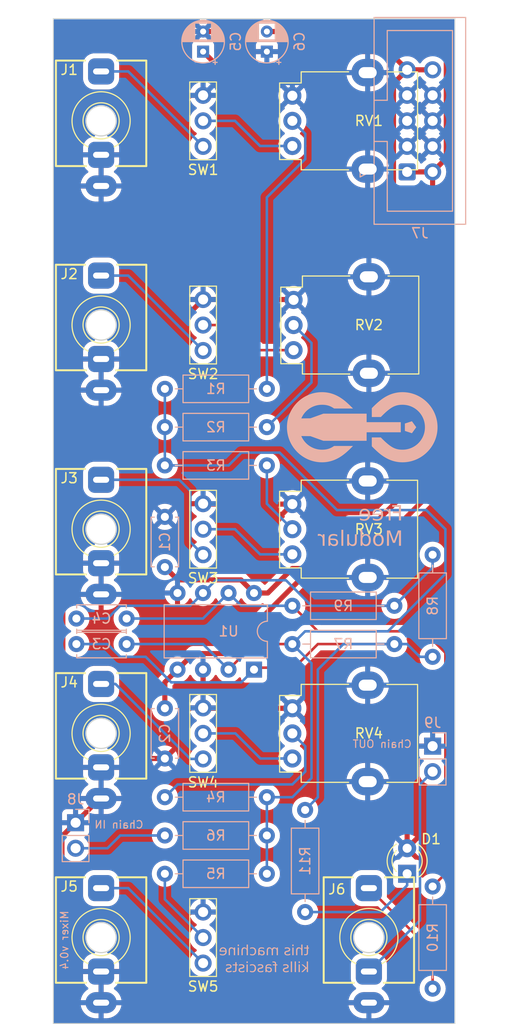
<source format=kicad_pcb>
(kicad_pcb (version 20221018) (generator pcbnew)
  (title_block (title "Mixer") (date "2023-12-01") (rev "v2.0") (company "Free Modular"))
  (layers (0 "F.Cu" signal) (31 "B.Cu" signal) (34 "B.Paste" user) (35 "F.Paste" user) (36 "B.SilkS" user "B.Silkscreen") (37 "F.SilkS" user "F.Silkscreen") (38 "B.Mask" user) (39 "F.Mask" user) (44 "Edge.Cuts" user))
  (net 0 "")
  (net 1 "+12V")
  (net 2 "GND")
  (net 3 "-12V")
  (net 4 "Net-(U1A--)")
  (net 5 "Net-(C3-Pad2)")
  (net 6 "Net-(U1B--)")
  (net 7 "Net-(C4-Pad2)")
  (net 8 "Net-(D1-K)")
  (net 9 "Net-(SW1-A)")
  (net 10 "Net-(SW2-A)")
  (net 11 "Net-(SW3-A)")
  (net 12 "Net-(SW4-A)")
  (net 13 "Net-(SW5-A)")
  (net 14 "Net-(J9-Pin_2)")
  (net 15 "Net-(J6-Pad3)")
  (net 16 "Net-(J8-Pin_2)")
  (net 17 "Net-(SW1-B)")
  (net 18 "Net-(R1-Pad1)")
  (net 19 "Net-(SW2-B)")
  (net 20 "Net-(R2-Pad1)")
  (net 21 "Net-(SW3-B)")
  (net 22 "Net-(R3-Pad1)")
  (net 23 "Net-(SW4-B)")
  (net 24 "Net-(R4-Pad1)")
  (net 25 "Net-(SW5-B)")
  (footprint "FreeModualr:Alpha_Potentiometer_Grounded" (layer "F.Cu") (at 80.01 33.06)
    (fp_text reference "RV1" (at 7.62 2.5 180) (layer "F.SilkS"))
    (fp_text value "R_Potentiometer")
    (pad "1" thru_hole circle (at 0 0 90) (size 1.8 1.8) (drill 1) (layers "*.Cu" "*.Mask") (net 2 "GND"))
    (pad "2" thru_hole circle (at 0 2.5 90) (size 1.8 1.8) (drill 1) (layers "*.Cu" "*.Mask") (net 18 "Net-(R1-Pad1)"))
    (pad "3" thru_hole circle (at 0 5 90) (size 1.8 1.8) (drill 1) (layers "*.Cu" "*.Mask") (net 17 "Net-(SW1-B)"))
    (pad "MP" thru_hole oval (at 7.5 -2.3 90) (size 2.72 3.24) (drill oval 1.1 1.8) (layers "*.Cu" "*.Mask") (net 2 "GND"))
    (pad "MP" thru_hole oval (at 7.5 7.3 90) (size 2.72 3.24) (drill oval 1.1 1.8) (layers "*.Cu" "*.Mask") (net 2 "GND"))
  )
  (footprint "FreeModualr:THONKICONN" (layer "F.Cu") (at 60.96 96.52)
    (fp_text reference "J4" (at -3.175 -5.08) (layer "F.SilkS"))
    (fp_text value "THONKICONN")
    (fp_circle (center 0 0) (end -1.5 0) (stroke (width 0.12)) (fill none) (layer "Edge.Cuts"))
    (pad "1" thru_hole oval (at 0 6.48) (size 3.1 2.1) (drill oval 1.6 0.6) (layers "*.Cu" "*.Mask") (net 2 "GND"))
    (pad "2" thru_hole roundrect (at 0 3.38) (size 2.6 2.6) (drill oval 1.6 0.6) (layers "*.Cu" "*.Mask") (net 2 "GND"))
    (pad "3" thru_hole roundrect (at 0 -4.92) (size 2.6 2.6) (drill oval 1.6 0.6) (layers "*.Cu" "*.Mask") (net 12 "Net-(SW4-A)"))
  )
  (footprint "FreeModualr:THONKICONN" (layer "F.Cu") (at 60.96 35.56)
    (fp_text reference "J1" (at -3.175 -5.08) (layer "F.SilkS"))
    (fp_text value "THONKICONN")
    (fp_circle (center 0 0) (end -1.5 0) (stroke (width 0.12)) (fill none) (layer "Edge.Cuts"))
    (pad "1" thru_hole oval (at 0 6.48) (size 3.1 2.1) (drill oval 1.6 0.6) (layers "*.Cu" "*.Mask") (net 2 "GND"))
    (pad "2" thru_hole roundrect (at 0 3.38) (size 2.6 2.6) (drill oval 1.6 0.6) (layers "*.Cu" "*.Mask") (net 2 "GND"))
    (pad "3" thru_hole roundrect (at 0 -4.92) (size 2.6 2.6) (drill oval 1.6 0.6) (layers "*.Cu" "*.Mask") (net 9 "Net-(SW1-A)"))
  )
  (footprint "FreeModualr:Alpha_Potentiometer_Grounded" (layer "F.Cu") (at 80.01 73.7)
    (fp_text reference "RV3" (at 7.62 2.5 180) (layer "F.SilkS"))
    (fp_text value "R_Potentiometer")
    (pad "1" thru_hole circle (at 0 0 90) (size 1.8 1.8) (drill 1) (layers "*.Cu" "*.Mask") (net 2 "GND"))
    (pad "2" thru_hole circle (at 0 2.5 90) (size 1.8 1.8) (drill 1) (layers "*.Cu" "*.Mask") (net 22 "Net-(R3-Pad1)"))
    (pad "3" thru_hole circle (at 0 5 90) (size 1.8 1.8) (drill 1) (layers "*.Cu" "*.Mask") (net 21 "Net-(SW3-B)"))
    (pad "MP" thru_hole oval (at 7.5 -2.3 90) (size 2.72 3.24) (drill oval 1.1 1.8) (layers "*.Cu" "*.Mask") (net 2 "GND"))
    (pad "MP" thru_hole oval (at 7.5 7.3 90) (size 2.72 3.24) (drill oval 1.1 1.8) (layers "*.Cu" "*.Mask") (net 2 "GND"))
  )
  (footprint "FreeModualr:Alpha_Potentiometer_Grounded" (layer "F.Cu") (at 80.01 94.02)
    (fp_text reference "RV4" (at 7.62 2.5 180) (layer "F.SilkS"))
    (fp_text value "R_Potentiometer")
    (pad "1" thru_hole circle (at 0 0 90) (size 1.8 1.8) (drill 1) (layers "*.Cu" "*.Mask") (net 2 "GND"))
    (pad "2" thru_hole circle (at 0 2.5 90) (size 1.8 1.8) (drill 1) (layers "*.Cu" "*.Mask") (net 24 "Net-(R4-Pad1)"))
    (pad "3" thru_hole circle (at 0 5 90) (size 1.8 1.8) (drill 1) (layers "*.Cu" "*.Mask") (net 23 "Net-(SW4-B)"))
    (pad "MP" thru_hole oval (at 7.5 -2.3 90) (size 2.72 3.24) (drill oval 1.1 1.8) (layers "*.Cu" "*.Mask") (net 2 "GND"))
    (pad "MP" thru_hole oval (at 7.5 7.3 90) (size 2.72 3.24) (drill oval 1.1 1.8) (layers "*.Cu" "*.Mask") (net 2 "GND"))
  )
  (footprint "FreeModualr:TAIWAY 200CWMSP1T3B4M2" (layer "F.Cu") (at 71.12 38.1 180)
    (fp_text reference "SW1" (at 0 -2.33) (layer "F.SilkS"))
    (fp_text value "TAIWAY 200CWMSP1T3B4M2")
    (pad "1" thru_hole circle (at 0 0 180) (size 1.7 1.7) (drill 1) (layers "*.Cu" "*.Mask") (net 9 "Net-(SW1-A)"))
    (pad "2" thru_hole oval (at 0 2.54 180) (size 1.7 1.7) (drill 1) (layers "*.Cu" "*.Mask") (net 17 "Net-(SW1-B)"))
    (pad "3" thru_hole oval (at 0 5.08 180) (size 1.7 1.7) (drill 1) (layers "*.Cu" "*.Mask") (net 2 "GND"))
  )
  (footprint "FreeModualr:Alpha_Potentiometer_Grounded" (layer "F.Cu") (at 80.13 53.38)
    (fp_text reference "RV2" (at 7.5 2.5 180) (layer "F.SilkS"))
    (fp_text value "R_Potentiometer")
    (pad "1" thru_hole circle (at 0 0 90) (size 1.8 1.8) (drill 1) (layers "*.Cu" "*.Mask") (net 2 "GND"))
    (pad "2" thru_hole circle (at 0 2.5 90) (size 1.8 1.8) (drill 1) (layers "*.Cu" "*.Mask") (net 20 "Net-(R2-Pad1)"))
    (pad "3" thru_hole circle (at 0 5 90) (size 1.8 1.8) (drill 1) (layers "*.Cu" "*.Mask") (net 19 "Net-(SW2-B)"))
    (pad "MP" thru_hole oval (at 7.5 -2.3 90) (size 2.72 3.24) (drill oval 1.1 1.8) (layers "*.Cu" "*.Mask") (net 2 "GND"))
    (pad "MP" thru_hole oval (at 7.5 7.3 90) (size 2.72 3.24) (drill oval 1.1 1.8) (layers "*.Cu" "*.Mask") (net 2 "GND"))
  )
  (footprint "FreeModualr:THONKICONN" (layer "F.Cu") (at 60.96 55.88)
    (fp_text reference "J2" (at -3.175 -5.08) (layer "F.SilkS"))
    (fp_text value "THONKICONN")
    (fp_circle (center 0 0) (end -1.5 0) (stroke (width 0.12)) (fill none) (layer "Edge.Cuts"))
    (pad "1" thru_hole oval (at 0 6.48) (size 3.1 2.1) (drill oval 1.6 0.6) (layers "*.Cu" "*.Mask") (net 2 "GND"))
    (pad "2" thru_hole roundrect (at 0 3.38) (size 2.6 2.6) (drill oval 1.6 0.6) (layers "*.Cu" "*.Mask") (net 2 "GND"))
    (pad "3" thru_hole roundrect (at 0 -4.92) (size 2.6 2.6) (drill oval 1.6 0.6) (layers "*.Cu" "*.Mask") (net 10 "Net-(SW2-A)"))
  )
  (footprint "FreeModualr:TAIWAY 200CWMSP1T3B4M2" (layer "F.Cu") (at 71.12 99.06 180)
    (fp_text reference "SW4" (at 0 -2.33) (layer "F.SilkS"))
    (fp_text value "TAIWAY 200CWMSP1T3B4M2")
    (pad "1" thru_hole circle (at 0 0 180) (size 1.7 1.7) (drill 1) (layers "*.Cu" "*.Mask") (net 12 "Net-(SW4-A)"))
    (pad "2" thru_hole oval (at 0 2.54 180) (size 1.7 1.7) (drill 1) (layers "*.Cu" "*.Mask") (net 23 "Net-(SW4-B)"))
    (pad "3" thru_hole oval (at 0 5.08 180) (size 1.7 1.7) (drill 1) (layers "*.Cu" "*.Mask") (net 2 "GND"))
  )
  (footprint "LED_THT:LED_D3.0mm" (layer "F.Cu") (at 91.44 110.49 90)
    (fp_text reference "D1" (at 3.451274 2.386656 180) (layer "F.SilkS"))
    (fp_text value "LED")
    (pad "1" thru_hole rect (at 0 0 90) (size 1.8 1.8) (drill 0.9) (layers "*.Cu" "*.Mask") (net 8 "Net-(D1-K)"))
    (pad "2" thru_hole circle (at 2.54 0 90) (size 1.8 1.8) (drill 0.9) (layers "*.Cu" "*.Mask") (net 2 "GND"))
  )
  (footprint "FreeModualr:TAIWAY 200CWMSP1T3B4M2" (layer "F.Cu") (at 71.12 119.38 180)
    (fp_text reference "SW5" (at 0 -2.33) (layer "F.SilkS"))
    (fp_text value "TAIWAY 200CWMSP1T3B4M2")
    (pad "1" thru_hole circle (at 0 0 180) (size 1.7 1.7) (drill 1) (layers "*.Cu" "*.Mask") (net 13 "Net-(SW5-A)"))
    (pad "2" thru_hole oval (at 0 2.54 180) (size 1.7 1.7) (drill 1) (layers "*.Cu" "*.Mask") (net 25 "Net-(SW5-B)"))
    (pad "3" thru_hole oval (at 0 5.08 180) (size 1.7 1.7) (drill 1) (layers "*.Cu" "*.Mask") (net 2 "GND"))
  )
  (footprint "FreeModualr:THONKICONN" (layer "F.Cu") (at 87.63 116.84)
    (fp_text reference "J6" (at -3.185451 -4.801459) (layer "F.SilkS"))
    (fp_text value "THONKICONN")
    (fp_circle (center 0 0) (end -1.5 0) (stroke (width 0.12)) (fill none) (layer "Edge.Cuts"))
    (pad "1" thru_hole oval (at 0 6.48) (size 3.1 2.1) (drill oval 1.6 0.6) (layers "*.Cu" "*.Mask") (net 2 "GND"))
    (pad "2" thru_hole roundrect (at 0 3.38) (size 2.6 2.6) (drill oval 1.6 0.6) (layers "*.Cu" "*.Mask") (net 14 "Net-(J9-Pin_2)"))
    (pad "3" thru_hole roundrect (at 0 -4.92) (size 2.6 2.6) (drill oval 1.6 0.6) (layers "*.Cu" "*.Mask") (net 15 "Net-(J6-Pad3)"))
  )
  (footprint "FreeModualr:THONKICONN" (layer "F.Cu") (at 60.96 76.2)
    (fp_text reference "J3" (at -3.175 -5.08) (layer "F.SilkS"))
    (fp_text value "THONKICONN")
    (fp_circle (center 0 0) (end -1.5 0) (stroke (width 0.12)) (fill none) (layer "Edge.Cuts"))
    (pad "1" thru_hole oval (at 0 6.48) (size 3.1 2.1) (drill oval 1.6 0.6) (layers "*.Cu" "*.Mask") (net 2 "GND"))
    (pad "2" thru_hole roundrect (at 0 3.38) (size 2.6 2.6) (drill oval 1.6 0.6) (layers "*.Cu" "*.Mask") (net 2 "GND"))
    (pad "3" thru_hole roundrect (at 0 -4.92) (size 2.6 2.6) (drill oval 1.6 0.6) (layers "*.Cu" "*.Mask") (net 11 "Net-(SW3-A)"))
  )
  (footprint "FreeModualr:TAIWAY 200CWMSP1T3B4M2" (layer "F.Cu") (at 71.12 58.42 180)
    (fp_text reference "SW2" (at 0 -2.33) (layer "F.SilkS"))
    (fp_text value "TAIWAY 200CWMSP1T3B4M2")
    (pad "1" thru_hole circle (at 0 0 180) (size 1.7 1.7) (drill 1) (layers "*.Cu" "*.Mask") (net 10 "Net-(SW2-A)"))
    (pad "2" thru_hole oval (at 0 2.54 180) (size 1.7 1.7) (drill 1) (layers "*.Cu" "*.Mask") (net 19 "Net-(SW2-B)"))
    (pad "3" thru_hole oval (at 0 5.08 180) (size 1.7 1.7) (drill 1) (layers "*.Cu" "*.Mask") (net 2 "GND"))
  )
  (footprint "FreeModualr:TAIWAY 200CWMSP1T3B4M2" (layer "F.Cu") (at 71.12 78.74 180)
    (fp_text reference "SW3" (at 0 -2.33) (layer "F.SilkS"))
    (fp_text value "TAIWAY 200CWMSP1T3B4M2")
    (pad "1" thru_hole circle (at 0 0 180) (size 1.7 1.7) (drill 1) (layers "*.Cu" "*.Mask") (net 11 "Net-(SW3-A)"))
    (pad "2" thru_hole oval (at 0 2.54 180) (size 1.7 1.7) (drill 1) (layers "*.Cu" "*.Mask") (net 21 "Net-(SW3-B)"))
    (pad "3" thru_hole oval (at 0 5.08 180) (size 1.7 1.7) (drill 1) (layers "*.Cu" "*.Mask") (net 2 "GND"))
  )
  (footprint "FreeModualr:THONKICONN" (layer "F.Cu") (at 60.96 116.84)
    (fp_text reference "J5" (at -3.175 -5.08) (layer "F.SilkS"))
    (fp_text value "THONKICONN")
    (fp_circle (center 0 0) (end -1.5 0) (stroke (width 0.12)) (fill none) (layer "Edge.Cuts"))
    (pad "1" thru_hole oval (at 0 6.48) (size 3.1 2.1) (drill oval 1.6 0.6) (layers "*.Cu" "*.Mask") (net 2 "GND"))
    (pad "2" thru_hole roundrect (at 0 3.38) (size 2.6 2.6) (drill oval 1.6 0.6) (layers "*.Cu" "*.Mask") (net 2 "GND"))
    (pad "3" thru_hole roundrect (at 0 -4.92) (size 2.6 2.6) (drill oval 1.6 0.6) (layers "*.Cu" "*.Mask") (net 13 "Net-(SW5-A)"))
  )
  (footprint "Resistor_THT:R_Axial_DIN0207_L6.3mm_D2.5mm_P10.16mm_Horizontal" (layer "B.Cu") (at 93.98 111.76 -90)
    (fp_text reference "R10" (at 5.08 0 90) (layer "B.SilkS") (effects (justify mirror)))
    (fp_text value "1kΩ")
    (pad "1" thru_hole circle (at 0 0 270) (size 1.6 1.6) (drill 0.8) (layers "*.Cu" "*.Mask") (net 7 "Net-(C4-Pad2)"))
    (pad "2" thru_hole oval (at 10.16 0 270) (size 1.6 1.6) (drill 0.8) (layers "*.Cu" "*.Mask") (net 15 "Net-(J6-Pad3)"))
  )
  (footprint "Capacitor_THT:C_Disc_D4.7mm_W2.5mm_P5.00mm" (layer "B.Cu") (at 63.5 87.63 180)
    (fp_text reference "C3" (at 2.5 0) (layer "B.SilkS") (effects (justify mirror)))
    (fp_text value "33pF")
    (pad "1" thru_hole circle (at 0 0 180) (size 1.6 1.6) (drill 0.8) (layers "*.Cu" "*.Mask") (net 4 "Net-(U1A--)"))
    (pad "2" thru_hole circle (at 5 0 180) (size 1.6 1.6) (drill 0.8) (layers "*.Cu" "*.Mask") (net 5 "Net-(C3-Pad2)"))
  )
  (footprint "Connector_PinHeader_2.54mm:PinHeader_1x02_P2.54mm_Vertical" (layer "B.Cu") (at 93.98 97.79 180)
    (fp_text reference "J9" (at 0 2.33) (layer "B.SilkS") (effects (justify mirror)))
    (fp_text value "Conn_01x02_Socket")
    (pad "1" thru_hole rect (at 0 0 180) (size 1.7 1.7) (drill 1) (layers "*.Cu" "*.Mask") (net 2 "GND"))
    (pad "2" thru_hole oval (at 0 -2.54 180) (size 1.7 1.7) (drill 1) (layers "*.Cu" "*.Mask") (net 14 "Net-(J9-Pin_2)"))
  )
  (footprint "Resistor_THT:R_Axial_DIN0207_L6.3mm_D2.5mm_P10.16mm_Horizontal" (layer "B.Cu") (at 77.47 69.85 180)
    (fp_text reference "R3" (at 5.08 0) (layer "B.SilkS") (effects (justify mirror)))
    (fp_text value "100kΩ")
    (pad "1" thru_hole circle (at 0 0 180) (size 1.6 1.6) (drill 0.8) (layers "*.Cu" "*.Mask") (net 22 "Net-(R3-Pad1)"))
    (pad "2" thru_hole oval (at 10.16 0 180) (size 1.6 1.6) (drill 0.8) (layers "*.Cu" "*.Mask") (net 4 "Net-(U1A--)"))
  )
  (footprint "Capacitor_THT:C_Disc_D4.7mm_W2.5mm_P5.00mm" (layer "B.Cu") (at 67.31 94.02 -90)
    (fp_text reference "C2" (at 2.5 0 90) (layer "B.SilkS") (effects (justify mirror)))
    (fp_text value "100nF")
    (pad "1" thru_hole circle (at 0 0 270) (size 1.6 1.6) (drill 0.8) (layers "*.Cu" "*.Mask") (net 3 "-12V"))
    (pad "2" thru_hole circle (at 5 0 270) (size 1.6 1.6) (drill 0.8) (layers "*.Cu" "*.Mask") (net 2 "GND"))
  )
  (footprint "Resistor_THT:R_Axial_DIN0207_L6.3mm_D2.5mm_P10.16mm_Horizontal" (layer "B.Cu") (at 67.31 102.87)
    (fp_text reference "R4" (at 5.08 0) (layer "B.SilkS") (effects (justify mirror)))
    (fp_text value "100kΩ")
    (pad "1" thru_hole circle (at 0 0) (size 1.6 1.6) (drill 0.8) (layers "*.Cu" "*.Mask") (net 24 "Net-(R4-Pad1)"))
    (pad "2" thru_hole oval (at 10.16 0) (size 1.6 1.6) (drill 0.8) (layers "*.Cu" "*.Mask") (net 4 "Net-(U1A--)"))
  )
  (footprint "Resistor_THT:R_Axial_DIN0207_L6.3mm_D2.5mm_P10.16mm_Horizontal" (layer "B.Cu") (at 67.31 110.49)
    (fp_text reference "R5" (at 5.08 0) (layer "B.SilkS") (effects (justify mirror)))
    (fp_text value "100kΩ")
    (pad "1" thru_hole circle (at 0 0) (size 1.6 1.6) (drill 0.8) (layers "*.Cu" "*.Mask") (net 25 "Net-(SW5-B)"))
    (pad "2" thru_hole oval (at 10.16 0) (size 1.6 1.6) (drill 0.8) (layers "*.Cu" "*.Mask") (net 4 "Net-(U1A--)"))
  )
  (footprint "Resistor_THT:R_Axial_DIN0207_L6.3mm_D2.5mm_P10.16mm_Horizontal" (layer "B.Cu") (at 93.98 88.9 90)
    (fp_text reference "R8" (at 5.08 0 90) (layer "B.SilkS") (effects (justify mirror)))
    (fp_text value "100kΩ")
    (pad "1" thru_hole circle (at 0 0 90) (size 1.6 1.6) (drill 0.8) (layers "*.Cu" "*.Mask") (net 5 "Net-(C3-Pad2)"))
    (pad "2" thru_hole oval (at 10.16 0 90) (size 1.6 1.6) (drill 0.8) (layers "*.Cu" "*.Mask") (net 6 "Net-(U1B--)"))
  )
  (footprint "Resistor_THT:R_Axial_DIN0207_L6.3mm_D2.5mm_P10.16mm_Horizontal" (layer "B.Cu") (at 90.17 83.82 180)
    (fp_text reference "R9" (at 5.08 0) (layer "B.SilkS") (effects (justify mirror)))
    (fp_text value "100kΩ")
    (pad "1" thru_hole circle (at 0 0 180) (size 1.6 1.6) (drill 0.8) (layers "*.Cu" "*.Mask") (net 6 "Net-(U1B--)"))
    (pad "2" thru_hole oval (at 10.16 0 180) (size 1.6 1.6) (drill 0.8) (layers "*.Cu" "*.Mask") (net 7 "Net-(C4-Pad2)"))
  )
  (footprint "Resistor_THT:R_Axial_DIN0207_L6.3mm_D2.5mm_P10.16mm_Horizontal" (layer "B.Cu") (at 77.47 66.04 180)
    (fp_text reference "R2" (at 5.08 0) (layer "B.SilkS") (effects (justify mirror)))
    (fp_text value "100kΩ")
    (pad "1" thru_hole circle (at 0 0 180) (size 1.6 1.6) (drill 0.8) (layers "*.Cu" "*.Mask") (net 20 "Net-(R2-Pad1)"))
    (pad "2" thru_hole oval (at 10.16 0 180) (size 1.6 1.6) (drill 0.8) (layers "*.Cu" "*.Mask") (net 4 "Net-(U1A--)"))
  )
  (footprint "Package_DIP:DIP-8_W7.62mm" (layer "B.Cu") (at 76.19 90.17 90)
    (fp_text reference "U1" (at 3.81 -2.53 180) (layer "B.SilkS") (effects (justify mirror)))
    (fp_text value "Opamp_Dual")
    (pad "1" thru_hole rect (at 0 0 90) (size 1.6 1.6) (drill 0.8) (layers "*.Cu" "*.Mask") (net 5 "Net-(C3-Pad2)"))
    (pad "2" thru_hole oval (at 0 -2.54 90) (size 1.6 1.6) (drill 0.8) (layers "*.Cu" "*.Mask") (net 4 "Net-(U1A--)"))
    (pad "3" thru_hole oval (at 0 -5.08 90) (size 1.6 1.6) (drill 0.8) (layers "*.Cu" "*.Mask") (net 2 "GND"))
    (pad "4" thru_hole oval (at 0 -7.62 90) (size 1.6 1.6) (drill 0.8) (layers "*.Cu" "*.Mask") (net 3 "-12V"))
    (pad "5" thru_hole oval (at 7.62 -7.62 90) (size 1.6 1.6) (drill 0.8) (layers "*.Cu" "*.Mask") (net 2 "GND"))
    (pad "6" thru_hole oval (at 7.62 -5.08 90) (size 1.6 1.6) (drill 0.8) (layers "*.Cu" "*.Mask") (net 6 "Net-(U1B--)"))
    (pad "7" thru_hole oval (at 7.62 -2.54 90) (size 1.6 1.6) (drill 0.8) (layers "*.Cu" "*.Mask") (net 7 "Net-(C4-Pad2)"))
    (pad "8" thru_hole oval (at 7.62 0 90) (size 1.6 1.6) (drill 0.8) (layers "*.Cu" "*.Mask") (net 1 "+12V"))
  )
  (footprint "Resistor_THT:R_Axial_DIN0207_L6.3mm_D2.5mm_P10.16mm_Horizontal" (layer "B.Cu") (at 77.47 62.23 180)
    (fp_text reference "R1" (at 5.08 0) (layer "B.SilkS") (effects (justify mirror)))
    (fp_text value "100kΩ")
    (pad "1" thru_hole circle (at 0 0 180) (size 1.6 1.6) (drill 0.8) (layers "*.Cu" "*.Mask") (net 18 "Net-(R1-Pad1)"))
    (pad "2" thru_hole oval (at 10.16 0 180) (size 1.6 1.6) (drill 0.8) (layers "*.Cu" "*.Mask") (net 4 "Net-(U1A--)"))
  )
  (footprint "Resistor_THT:R_Axial_DIN0207_L6.3mm_D2.5mm_P10.16mm_Horizontal" (layer "B.Cu") (at 80.01 87.63)
    (fp_text reference "R7" (at 5.08 0) (layer "B.SilkS") (effects (justify mirror)))
    (fp_text value "100kΩ")
    (pad "1" thru_hole circle (at 0 0) (size 1.6 1.6) (drill 0.8) (layers "*.Cu" "*.Mask") (net 4 "Net-(U1A--)"))
    (pad "2" thru_hole oval (at 10.16 0) (size 1.6 1.6) (drill 0.8) (layers "*.Cu" "*.Mask") (net 5 "Net-(C3-Pad2)"))
  )
  (footprint "Capacitor_THT:CP_Radial_D4.0mm_P2.00mm" (layer "B.Cu") (at 77.47 28.67 90)
    (fp_text reference "C6" (at 1 3.25 90) (layer "B.SilkS") (effects (justify mirror)))
    (fp_text value "10uF")
    (pad "1" thru_hole rect (at 0 0 90) (size 1.2 1.2) (drill 0.6) (layers "*.Cu" "*.Mask") (net 2 "GND"))
    (pad "2" thru_hole circle (at 2 0 90) (size 1.2 1.2) (drill 0.6) (layers "*.Cu" "*.Mask") (net 3 "-12V"))
  )
  (footprint "Capacitor_THT:CP_Radial_D4.0mm_P2.00mm" (layer "B.Cu") (at 71.12 28.67 90)
    (fp_text reference "C5" (at 1 3.25 90) (layer "B.SilkS") (effects (justify mirror)))
    (fp_text value "10uF")
    (pad "1" thru_hole rect (at 0 0 90) (size 1.2 1.2) (drill 0.6) (layers "*.Cu" "*.Mask") (net 1 "+12V"))
    (pad "2" thru_hole circle (at 2 0 90) (size 1.2 1.2) (drill 0.6) (layers "*.Cu" "*.Mask") (net 2 "GND"))
  )
  (footprint "Connector_IDC:IDC-Header_2x05_P2.54mm_Vertical" (layer "B.Cu") (at 91.44 40.64)
    (fp_text reference "J7" (at 1.27 6.1) (layer "B.SilkS") (effects (justify mirror)))
    (fp_text value "Eurorack_2x5_Power")
    (pad "1" thru_hole roundrect (at 0 0) (size 1.7 1.7) (drill 1) (layers "*.Cu" "*.Mask") (roundrect_rratio 0.147059) (net 3 "-12V"))
    (pad "2" thru_hole circle (at 2.54 0) (size 1.7 1.7) (drill 1) (layers "*.Cu" "*.Mask") (net 3 "-12V"))
    (pad "3" thru_hole circle (at 0 -2.54) (size 1.7 1.7) (drill 1) (layers "*.Cu" "*.Mask") (net 2 "GND"))
    (pad "4" thru_hole circle (at 2.54 -2.54) (size 1.7 1.7) (drill 1) (layers "*.Cu" "*.Mask") (net 2 "GND"))
    (pad "5" thru_hole circle (at 0 -5.08) (size 1.7 1.7) (drill 1) (layers "*.Cu" "*.Mask") (net 2 "GND"))
    (pad "6" thru_hole circle (at 2.54 -5.08) (size 1.7 1.7) (drill 1) (layers "*.Cu" "*.Mask") (net 2 "GND"))
    (pad "7" thru_hole circle (at 0 -7.62) (size 1.7 1.7) (drill 1) (layers "*.Cu" "*.Mask") (net 2 "GND"))
    (pad "8" thru_hole circle (at 2.54 -7.62) (size 1.7 1.7) (drill 1) (layers "*.Cu" "*.Mask") (net 2 "GND"))
    (pad "9" thru_hole circle (at 0 -10.16) (size 1.7 1.7) (drill 1) (layers "*.Cu" "*.Mask") (net 1 "+12V"))
    (pad "10" thru_hole circle (at 2.54 -10.16) (size 1.7 1.7) (drill 1) (layers "*.Cu" "*.Mask") (net 1 "+12V"))
  )
  (footprint "Connector_PinHeader_2.54mm:PinHeader_1x02_P2.54mm_Vertical" (layer "B.Cu") (at 58.42 105.41 180)
    (fp_text reference "J8" (at 0 2.33) (layer "B.SilkS") (effects (justify mirror)))
    (fp_text value "Conn_01x02_Socket")
    (pad "1" thru_hole rect (at 0 0 180) (size 1.7 1.7) (drill 1) (layers "*.Cu" "*.Mask") (net 2 "GND"))
    (pad "2" thru_hole oval (at 0 -2.54 180) (size 1.7 1.7) (drill 1) (layers "*.Cu" "*.Mask") (net 16 "Net-(J8-Pin_2)"))
  )
  (footprint "Resistor_THT:R_Axial_DIN0207_L6.3mm_D2.5mm_P10.16mm_Horizontal" (layer "B.Cu") (at 67.31 106.68)
    (fp_text reference "R6" (at 5.08 0) (layer "B.SilkS") (effects (justify mirror)))
    (fp_text value "100kΩ")
    (pad "1" thru_hole circle (at 0 0) (size 1.6 1.6) (drill 0.8) (layers "*.Cu" "*.Mask") (net 16 "Net-(J8-Pin_2)"))
    (pad "2" thru_hole oval (at 10.16 0) (size 1.6 1.6) (drill 0.8) (layers "*.Cu" "*.Mask") (net 4 "Net-(U1A--)"))
  )
  (footprint "Capacitor_THT:C_Disc_D4.7mm_W2.5mm_P5.00mm" (layer "B.Cu") (at 58.5 85.09)
    (fp_text reference "C4" (at 2.5 0) (layer "B.SilkS") (effects (justify mirror)))
    (fp_text value "33pF")
    (pad "1" thru_hole circle (at 0 0) (size 1.6 1.6) (drill 0.8) (layers "*.Cu" "*.Mask") (net 6 "Net-(U1B--)"))
    (pad "2" thru_hole circle (at 5 0) (size 1.6 1.6) (drill 0.8) (layers "*.Cu" "*.Mask") (net 7 "Net-(C4-Pad2)"))
  )
  (footprint "FreeModualr:logo" (layer "B.Cu") (at 87.026144 66.055091 180)
    (fp_text reference "G***" hide)
    (fp_text value "LOGO" hide)
  )
  (footprint "Resistor_THT:R_Axial_DIN0207_L6.3mm_D2.5mm_P10.16mm_Horizontal" (layer "B.Cu") (at 81.28 114.3 90)
    (fp_text reference "R11" (at 5.08 0 90) (layer "B.SilkS") (effects (justify mirror)))
    (fp_text value "470Ω")
    (pad "1" thru_hole circle (at 0 0 90) (size 1.6 1.6) (drill 0.8) (layers "*.Cu" "*.Mask") (net 8 "Net-(D1-K)"))
    (pad "2" thru_hole oval (at 10.16 0 90) (size 1.6 1.6) (drill 0.8) (layers "*.Cu" "*.Mask") (net 5 "Net-(C3-Pad2)"))
  )
  (footprint "Capacitor_THT:C_Disc_D4.7mm_W2.5mm_P5.00mm" (layer "B.Cu") (at 67.31 79.97 90)
    (fp_text reference "C1" (at 2.5 0 90) (layer "B.SilkS") (effects (justify mirror)))
    (fp_text value "100nF")
    (pad "1" thru_hole circle (at 0 0 90) (size 1.6 1.6) (drill 0.8) (layers "*.Cu" "*.Mask") (net 1 "+12V"))
    (pad "2" thru_hole circle (at 5 0 90) (size 1.6 1.6) (drill 0.8) (layers "*.Cu" "*.Mask") (net 2 "GND"))
  )
  (gr_line (start 96.2 125.4) (end 96.2 25.4) (stroke (width 0.1)) (layer "Edge.Cuts"))
  (gr_line (start 96.2 25.4) (end 76.2 25.4) (stroke (width 0.1)) (layer "Edge.Cuts"))
  (gr_line (start 76.2 25.4) (end 56.2 25.4) (stroke (width 0.1)) (layer "Edge.Cuts"))
  (gr_line (start 56.2 125.4) (end 96.2 125.4) (stroke (width 0.1)) (layer "Edge.Cuts"))
  (gr_line (start 56.2 25.4) (end 56.2 125.4) (stroke (width 0.1)) (layer "Edge.Cuts"))
  (gr_text "Mixer v0.4" (at 57.753559 114.094876 90) (layer "B.SilkS") (effects (font (size 0.75 0.75) (thickness 0.1125)) (justify left bottom mirror)))
  (gr_text "this machine\nkills fascists" (at 81.697294 120.446749) (layer "B.SilkS") (effects (font (size 1 1)) (justify left bottom mirror)))
  (gr_text "Free\nModular" (at 91.035774 78.105) (layer "B.SilkS") (effects (font (size 1.5 1.5)) (justify left bottom mirror)))
  (gr_text "Chain OUT" (at 91.957852 98.016245) (layer "B.SilkS") (effects (font (size 0.75 0.75) (thickness 0.1125)) (justify left bottom mirror)))
  (gr_text "Chain IN" (at 65.239328 106.035447) (layer "B.SilkS") (effects (font (size 0.75 0.75) (thickness 0.1125)) (justify left bottom mirror)))
  (segment (start 89.63 28.67) (end 84.36 28.67) (width 0.508) (layer "F.Cu") (net 1))
  (segment (start 92.71 45.72) (end 90.082 43.092) (width 0.508) (layer "F.Cu") (net 1))
  (segment (start 90.082 43.092) (end 90.082 31.838) (width 0.508) (layer "F.Cu") (net 1))
  (segment (start 81.182 80.108) (end 85.725 75.565) (width 0.508) (layer "F.Cu") (net 1))
  (segment (start 80.01 80.108) (end 81.182 80.108) (width 0.508) (layer "F.Cu") (net 1))
  (segment (start 77.568 82.55) (end 80.01 80.108) (width 0.508) (layer "F.Cu") (net 1))
  (segment (start 89.63 28.67) (end 91.44 30.48) (width 0.508) (layer "F.Cu") (net 1))
  (segment (start 84.36 28.67) (end 82.55 30.48) (width 0.508) (layer "F.Cu") (net 1))
  (segment (start 74.93 81.29) (end 74.93 81.28) (width 0.508) (layer "F.Cu") (net 1))
  (segment (start 72.93 30.48) (end 71.12 28.67) (width 0.508) (layer "F.Cu") (net 1))
  (segment (start 90.082 31.838) (end 91.44 30.48) (width 0.508) (layer "F.Cu") (net 1))
  (segment (start 74.93 81.28) (end 74.892 81.242) (width 0.508) (layer "F.Cu") (net 1))
  (segment (start 88.265 75.565) (end 92.71 71.12) (width 0.508) (layer "F.Cu") (net 1))
  (segment (start 76.19 82.55) (end 77.568 82.55) (width 0.508) (layer "F.Cu") (net 1))
  (segment (start 91.44 30.48) (end 93.98 30.48) (width 0.508) (layer "F.Cu") (net 1))
  (segment (start 76.19 82.55) (end 74.93 81.29) (width 0.508) (layer "F.Cu") (net 1))
  (segment (start 85.725 75.565) (end 88.265 75.565) (width 0.508) (layer "F.Cu") (net 1))
  (segment (start 68.582 81.242) (end 67.31 79.97) (width 0.508) (layer "F.Cu") (net 1))
  (segment (start 74.892 81.242) (end 68.582 81.242) (width 0.508) (layer "F.Cu") (net 1))
  (segment (start 82.55 30.48) (end 72.93 30.48) (width 0.508) (layer "F.Cu") (net 1))
  (segment (start 92.71 71.12) (end 92.71 45.72) (width 0.508) (layer "F.Cu") (net 1))
  (segment (start 68.54 97.79) (end 67.31 99.02) (width 0.508) (layer "F.Cu") (net 2))
  (segment (start 60.96 99.9) (end 60.96 103) (width 0.508) (layer "F.Cu") (net 2))
  (segment (start 71.12 53.34) (end 80.09 53.34) (width 0.508) (layer "F.Cu") (net 2))
  (segment (start 57.062 106.768) (end 57.062 119.292) (width 0.508) (layer "F.Cu") (net 2))
  (segment (start 87.63 123.32) (end 85.22 123.32) (width 0.508) (layer "F.Cu") (net 2))
  (segment (start 71.12 73.66) (end 68.62 73.66) (width 0.508) (layer "F.Cu") (net 2))
  (segment (start 57.15 58.42) (end 57.15 43.18) (width 0.508) (layer "F.Cu") (net 2))
  (segment (start 60.96 120.22) (end 60.96 123.32) (width 0.508) (layer "F.Cu") (net 2))
  (segment (start 71.12 93.98) (end 71.12 90.18) (width 0.508) (layer "F.Cu") (net 2))
  (segment (start 80.09 53.34) (end 80.13 53.38) (width 0.508) (layer "F.Cu") (net 2))
  (segment (start 93.98 97.79) (end 91.44 97.79) (width 0.508) (layer "F.Cu") (net 2))
  (segment (start 67.31 74.97) (end 64.81 77.47) (width 0.508) (layer "F.Cu") (net 2))
  (segment (start 60.96 82.68) (end 58.29 82.68) (width 0.508) (layer "F.Cu") (net 2))
  (segment (start 68.62 73.66) (end 67.31 74.97) (width 0.508) (layer "F.Cu") (net 2))
  (segment (start 72.39 26.67) (end 74.39 28.67) (width 0.508) (layer "F.Cu") (net 2))
  (segment (start 91.44 97.79) (end 83.78 97.79) (width 0.508) (layer "F.Cu") (net 2))
  (segment (start 58.29 62.36) (end 57.15 63.5) (width 0.508) (layer "F.Cu") (net 2))
  (segment (start 57.15 78.74) (end 57.99 79.58) (width 0.508) (layer "F.Cu") (net 2))
  (segment (start 91.44 107.95) (end 91.44 97.79) (width 0.508) (layer "F.Cu") (net 2))
  (segment (start 77.465 93.985) (end 77.5 94.02) (width 0.508) (layer "F.Cu") (net 2))
  (segment (start 57.062 119.292) (end 57.99 120.22) (width 0.508) (layer "F.Cu") (net 2))
  (segment (start 60.83 103) (end 58.42 105.41) (width 0.508) (layer "F.Cu") (net 2))
  (segment (start 69.85 33.02) (end 63.93 38.94) (width 0.508) (layer "F.Cu") (net 2))
  (segment (start 91.44 35.56) (end 93.98 38.1) (width 0.508) (layer "F.Cu") (net 2))
  (segment (start 57.15 43.18) (end 58.29 42.04) (width 0.508) (layer "F.Cu") (net 2))
  (segment (start 57.15 99.06) (end 57.99 99.9) (width 0.508) (layer "F.Cu") (net 2))
  (segment (start 71.12 93.98) (end 69.85 93.98) (width 0.508) (layer "F.Cu") (net 2))
  (segment (start 71.12 33.02) (end 69.85 33.02) (width 0.508) (layer "F.Cu") (net 2))
  (segment (start 60.96 120.22) (end 63.5 120.22) (width 0.508) (layer "F.Cu") (net 2))
  (segment (start 68.58 97.79) (end 68.54 97.79) (width 0.508) (layer "F.Cu") (net 2))
  (segment (start 93.98 35.56) (end 91.44 38.1) (width 0.508) (layer "F.Cu") (net 2))
  (segment (start 63.93 38.94) (end 60.96 38.94) (width 0.508) (layer "F.Cu") (net 2))
  (segment (start 63.89 99.9) (end 64.77 99.02) (width 0.508) (layer "F.Cu") (net 2))
  (segment (start 57.99 120.22) (end 60.96 120.22) (width 0.508) (layer "F.Cu") (net 2))
  (segment (start 63.93 79.58) (end 60.96 79.58) (width 0.508) (layer "F.Cu") (net 2))
  (segment (start 64.81 77.47) (end 64.81 78.7) (width 0.508) (layer "F.Cu") (net 2))
  (segment (start 83.78 97.79) (end 80.01 94.02) (width 0.508) (layer "F.Cu") (net 2))
  (segment (start 58.29 42.04) (end 60.96 42.04) (width 0.508) (layer "F.Cu") (net 2))
  (segment (start 71.12 26.67) (end 72.39 26.67) (width 0.508) (layer "F.Cu") (net 2))
  (segment (start 76.2 114.3) (end 71.12 114.3) (width 0.508) (layer "F.Cu") (net 2))
  (segment (start 80.01 73.7) (end 71.16 73.7) (width 0.508) (layer "F.Cu") (net 2))
  (segment (start 73.66 94.02) (end 71.16 94.02) (width 0.508) (layer "F.Cu") (net 2))
  (segment (start 58.29 82.68) (end 57.15 83.82) (width 0.508) (layer "F.Cu") (net 2))
  (segment (start 69.85 114.3) (end 63.93 120.22) (width 0.508) (layer "F.Cu") (net 2))
  (segment (start 60.96 59.26) (end 60.96 62.36) (width 0.508) (layer "F.Cu") (net 2))
  (segment (start 93.98 33.02) (end 91.44 35.56) (width 0.508) (layer "F.Cu") (net 2))
  (segment (start 77.5 94.02) (end 80.01 94.02) (width 0.508) (layer "F.Cu") (net 2))
  (segment (start 68.58 95.25) (end 68.58 97.79) (width 0.508) (layer "F.Cu") (net 2))
  (segment (start 71.12 53.34) (end 65.2 59.26) (width 0.508) (layer "F.Cu") (net 2))
  (segment (start 71.16 73.7) (end 71.12 73.66) (width 0.508) (layer "F.Cu") (net 2))
  (segment (start 57.99 59.26) (end 57.15 58.42) (width 0.508) (layer "F.Cu") (net 2))
  (segment (start 71.12 114.3) (end 69.85 114.3) (width 0.508) (layer "F.Cu") (net 2))
  (segment (start 65.2 59.26) (end 60.96 59.26) (width 0.508) (layer "F.Cu") (net 2))
  (segment (start 63.93 120.22) (end 63.5 120.22) (width 0.508) (layer "F.Cu") (net 2))
  (segment (start 57.15 83.82) (end 57.15 99.06) (width 0.508) (layer "F.Cu") (net 2))
  (segment (start 60.96 99.9) (end 63.89 99.9) (width 0.508) (layer "F.Cu") (net 2))
  (segment (start 74.39 28.67) (end 77.47 28.67) (width 0.508) (layer "F.Cu") (net 2))
  (segment (start 57.99 79.58) (end 60.96 79.58) (width 0.508) (layer "F.Cu") (net 2))
  (segment (start 58.42 105.41) (end 57.062 106.768) (width 0.508) (layer "F.Cu") (net 2))
  (segment (start 60.96 62.36) (end 58.29 62.36) (width 0.508) (layer "F.Cu") (net 2))
  (segment (start 57.99 99.9) (end 60.96 99.9) (width 0.508) (layer "F.Cu") (net 2))
  (segment (start 64.77 99.02) (end 67.31 99.02) (width 0.508) (layer "F.Cu") (net 2))
  (segment (start 60.96 59.26) (end 57.99 59.26) (width 0.508) (layer "F.Cu") (net 2))
  (segment (start 71.16 94.02) (end 71.12 93.98) (width 0.508) (layer "F.Cu") (net 2))
  (segment (start 60.96 79.58) (end 61.878 78.662) (width 0.508) (layer "F.Cu") (net 2))
  (segment (start 69.85 93.98) (end 68.58 95.25) (width 0.508) (layer "F.Cu") (net 2))
  (segment (start 60.96 42.04) (end 60.96 38.94) (width 0.508) (layer "F.Cu") (net 2))
  (segment (start 73.65 94.01) (end 73.66 94.02) (width 0.508) (layer "F.Cu") (net 2))
  (segment (start 85.22 123.32) (end 76.2 114.3) (width 0.508) (layer "F.Cu") (net 2))
  (segment (start 80.01 94.02) (end 73.66 94.02) (width 0.508) (layer "F.Cu") (net 2))
  (segment (start 57.15 63.5) (end 57.15 78.74) (width 0.508) (layer "F.Cu") (net 2))
  (segment (start 91.44 33.02) (end 93.98 35.56) (width 0.508) (layer "F.Cu") (net 2))
  (segment (start 60.96 79.58) (end 60.96 82.68) (width 0.508) (layer "F.Cu") (net 2))
  (segment (start 71.12 90.18) (end 71.11 90.17) (width 0.508) (layer "F.Cu") (net 2))
  (segment (start 60.96 103) (end 60.83 103) (width 0.508) (layer "F.Cu") (net 2))
  (segment (start 64.81 78.7) (end 63.93 79.58) (width 0.508) (layer "F.Cu") (net 2))
  (segment (start 71.12 33.02) (end 72.39 31.75) (width 0.508) (layer "B.Cu") (net 2))
  (segment (start 71.12 30.48) (end 69.85 30.48) (width 0.508) (layer "B.Cu") (net 2))
  (segment (start 81.28 31.75) (end 80.01 31.75) (width 0.508) (layer "B.Cu") (net 2))
  (segment (start 80.01 33.06) (end 80.01 31.75) (width 0.508) (layer "B.Cu") (net 2))
  (segment (start 68.58 29.21) (end 68.58 27.94) (width 0.508) (layer "B.Cu") (net 2))
  (segment (start 69.85 30.48) (end 68.58 29.21) (width 0.508) (layer "B.Cu") (net 2))
  (segment (start 80.01 31.75) (end 72.39 31.75) (width 0.508) (layer "B.Cu") (net 2))
  (segment (start 69.85 26.67) (end 71.12 26.67) (width 0.508) (layer "B.Cu") (net 2))
  (segment (start 90.17 34.29) (end 83.82 34.29) (width 0.508) (layer "B.Cu") (net 2))
  (segment (start 72.39 31.75) (end 71.12 30.48) (width 0.508) (layer "B.Cu") (net 2))
  (segment (start 91.44 33.02) (end 90.17 34.29) (width 0.508) (layer "B.Cu") (net 2))
  (segment (start 83.82 34.29) (end 81.28 31.75) (width 0.508) (layer "B.Cu") (net 2))
  (segment (start 68.58 27.94) (end 69.85 26.67) (width 0.508) (layer "B.Cu") (net 2))
  (segment (start 73.402708 88.5775) (end 70.1625 88.5775) (width 0.508) (layer "F.Cu") (net 3))
  (segment (start 92.71 26.67) (end 95.338 29.298) (width 0.508) (layer "F.Cu") (net 3))
  (segment (start 91.44 40.64) (end 93.98 40.64) (width 0.508) (layer "F.Cu") (net 3))
  (segment (start 67.31 91.43) (end 68.57 90.17) (width 0.508) (layer "F.Cu") (net 3))
  (segment (start 95.338 29.298) (end 95.338 39.282) (width 0.508) (layer "F.Cu") (net 3))
  (segment (start 88.9 77.47) (end 93.98 72.39) (width 0.508) (layer "F.Cu") (net 3))
  (segment (start 82.55 81.28) (end 86.36 77.47) (width 0.508) (layer "F.Cu") (net 3))
  (segment (start 77.47 26.67) (end 92.71 26.67) (width 0.508) (layer "F.Cu") (net 3))
  (segment (start 80.700208 81.28) (end 73.402708 88.5775) (width 0.508) (layer "F.Cu") (net 3))
  (segment (start 95.338 39.282) (end 93.98 40.64) (width 0.508) (layer "F.Cu") (net 3))
  (segment (start 86.36 77.47) (end 88.9 77.47) (width 0.508) (layer "F.Cu") (net 3))
  (segment (start 67.31 94.02) (end 67.31 91.43) (width 0.508) (layer "F.Cu") (net 3))
  (segment (start 93.98 72.39) (end 93.98 40.64) (width 0.508) (layer "F.Cu") (net 3))
  (segment (start 68.57 90.17) (end 70.1625 88.5775) (width 0.508) (layer "F.Cu") (net 3))
  (segment (start 80.700208 81.28) (end 82.55 81.28) (width 0.508) (layer "F.Cu") (net 3))
  (segment (start 73.65 90.17) (end 76.19 87.63) (width 0.254) (layer "F.Cu") (net 4))
  (segment (start 76.2 87.63) (end 80.01 87.63) (width 0.254) (layer "F.Cu") (net 4))
  (segment (start 76.19 87.63) (end 76.2 87.63) (width 0.254) (layer "F.Cu") (net 4))
  (segment (start 95.25 80.645) (end 89.535 86.36) (width 0.254) (layer "B.Cu") (net 4))
  (segment (start 81.915 89.535) (end 80.01 87.63) (width 0.254) (layer "B.Cu") (net 4))
  (segment (start 77.47 102.87) (end 77.47 106.68) (width 0.254) (layer "B.Cu") (net 4))
  (segment (start 73.65 90.17) (end 71.11 87.63) (width 0.254) (layer "B.Cu") (net 4))
  (segment (start 71.11 87.63) (end 63.5 87.63) (width 0.254) (layer "B.Cu") (net 4))
  (segment (start 67.31 66.04) (end 67.31 69.85) (width 0.254) (layer "B.Cu") (net 4))
  (segment (start 81.28 86.36) (end 80.01 87.63) (width 0.254) (layer "B.Cu") (net 4))
  (segment (start 81.915 100.965) (end 81.915 89.535) (width 0.254) (layer "B.Cu") (net 4))
  (segment (start 78.74 68.58) (end 84.455 74.295) (width 0.254) (layer "B.Cu") (net 4))
  (segment (start 89.535 86.36) (end 81.28 86.36) (width 0.254) (layer "B.Cu") (net 4))
  (segment (start 73.66 69.85) (end 74.93 68.58) (width 0.254) (layer "B.Cu") (net 4))
  (segment (start 95.25 76.2) (end 95.25 80.645) (width 0.254) (layer "B.Cu") (net 4))
  (segment (start 77.47 106.68) (end 77.47 110.49) (width 0.254) (layer "B.Cu") (net 4))
  (segment (start 84.455 74.295) (end 93.345 74.295) (width 0.254) (layer "B.Cu") (net 4))
  (segment (start 74.93 68.58) (end 78.74 68.58) (width 0.254) (layer "B.Cu") (net 4))
  (segment (start 77.47 102.87) (end 80.01 102.87) (width 0.254) (layer "B.Cu") (net 4))
  (segment (start 93.345 74.295) (end 95.25 76.2) (width 0.254) (layer "B.Cu") (net 4))
  (segment (start 80.01 102.87) (end 81.915 100.965) (width 0.254) (layer "B.Cu") (net 4))
  (segment (start 67.31 62.23) (end 67.31 66.04) (width 0.254) (layer "B.Cu") (net 4))
  (segment (start 67.31 69.85) (end 73.66 69.85) (width 0.254) (layer "B.Cu") (net 4))
  (segment (start 90.17 87.63) (end 82.55 87.63) (width 0.254) (layer "F.Cu") (net 5))
  (segment (start 82.55 87.63) (end 80.201 89.979) (width 0.254) (layer "F.Cu") (net 5))
  (segment (start 76.381 89.979) (end 76.19 90.17) (width 0.254) (layer "F.Cu") (net 5))
  (segment (start 80.201 89.979) (end 76.381 89.979) (width 0.254) (layer "F.Cu") (net 5))
  (segment (start 85.09 87.63) (end 90.17 87.63) (width 0.254) (layer "B.Cu") (net 5))
  (segment (start 91.44 87.63) (end 90.17 87.63) (width 0.254) (layer "B.Cu") (net 5))
  (segment (start 62.865 88.9) (end 65.405 88.9) (width 0.254) (layer "B.Cu") (net 5))
  (segment (start 61.595 87.63) (end 62.865 88.9) (width 0.254) (layer "B.Cu") (net 5))
  (segment (start 81.28 104.14) (end 82.55 102.87) (width 0.254) (layer "B.Cu") (net 5))
  (segment (start 82.55 90.17) (end 85.09 87.63) (width 0.254) (layer "B.Cu") (net 5))
  (segment (start 93.98 88.9) (end 92.71 88.9) (width 0.254) (layer "B.Cu") (net 5))
  (segment (start 74.92 91.44) (end 76.19 90.17) (width 0.254) (layer "B.Cu") (net 5))
  (segment (start 58.5 87.63) (end 61.595 87.63) (width 0.254) (layer "B.Cu") (net 5))
  (segment (start 82.55 102.87) (end 82.55 90.17) (width 0.254) (layer "B.Cu") (net 5))
  (segment (start 65.405 88.9) (end 67.945 91.44) (width 0.254) (layer "B.Cu") (net 5))
  (segment (start 92.71 88.9) (end 91.44 87.63) (width 0.254) (layer "B.Cu") (net 5))
  (segment (start 67.945 91.44) (end 74.92 91.44) (width 0.254) (layer "B.Cu") (net 5))
  (segment (start 81.915 83.82) (end 90.17 83.82) (width 0.254) (layer "B.Cu") (net 6))
  (segment (start 93.98 80.01) (end 90.17 83.82) (width 0.254) (layer "B.Cu") (net 6))
  (segment (start 79.375 81.28) (end 81.915 83.82) (width 0.254) (layer "B.Cu") (net 6))
  (segment (start 72.38 81.28) (end 79.375 81.28) (width 0.254) (layer "B.Cu") (net 6))
  (segment (start 69.84 83.82) (end 71.11 82.55) (width 0.254) (layer "B.Cu") (net 6))
  (segment (start 62.865 83.82) (end 69.84 83.82) (width 0.254) (layer "B.Cu") (net 6))
  (segment (start 58.5 85.09) (end 61.595 85.09) (width 0.254) (layer "B.Cu") (net 6))
  (segment (start 71.11 82.55) (end 72.38 81.28) (width 0.254) (layer "B.Cu") (net 6))
  (segment (start 61.595 85.09) (end 62.865 83.82) (width 0.254) (layer "B.Cu") (net 6))
  (segment (start 93.98 78.74) (end 93.98 80.01) (width 0.254) (layer "B.Cu") (net 6))
  (segment (start 95.25 110.49) (end 93.98 111.76) (width 0.254) (layer "F.Cu") (net 7))
  (segment (start 80.01 83.82) (end 82.55 86.36) (width 0.254) (layer "F.Cu") (net 7))
  (segment (start 82.55 86.36) (end 93.110187 86.36) (width 0.254) (layer "F.Cu") (net 7))
  (segment (start 95.25 88.499813) (end 95.25 110.49) (width 0.254) (layer "F.Cu") (net 7))
  (segment (start 93.110187 86.36) (end 95.25 88.499813) (width 0.254) (layer "F.Cu") (net 7))
  (segment (start 80.01 83.82) (end 74.92 83.82) (width 0.254) (layer "B.Cu") (net 7))
  (segment (start 74.92 83.82) (end 73.65 82.55) (width 0.254) (layer "B.Cu") (net 7))
  (segment (start 71.11 85.09) (end 73.65 82.55) (width 0.254) (layer "B.Cu") (net 7))
  (segment (start 63.42 85.09) (end 71.11 85.09) (width 0.254) (layer "B.Cu") (net 7))
  (segment (start 81.28 114.3) (end 87.63 114.3) (width 0.254) (layer "B.Cu") (net 8))
  (segment (start 91.44 111.644) (end 88.784 114.3) (width 0.254) (layer "B.Cu") (net 8))
  (segment (start 91.44 110.49) (end 91.44 111.644) (width 0.254) (layer "B.Cu") (net 8))
  (segment (start 88.784 114.3) (end 87.63 114.3) (width 0.254) (layer "B.Cu") (net 8))
  (segment (start 63.66 30.64) (end 63.5 30.64) (width 0.254) (layer "B.Cu") (net 9))
  (segment (start 71.12 38.1) (end 63.66 30.64) (width 0.254) (layer "B.Cu") (net 9))
  (segment (start 60.96 30.64) (end 63.5 30.64) (width 0.254) (layer "B.Cu") (net 9))
  (segment (start 60.96 50.96) (end 63.66 50.96) (width 0.254) (layer "B.Cu") (net 10))
  (segment (start 63.66 50.96) (end 71.12 58.42) (width 0.254) (layer "B.Cu") (net 10))
  (segment (start 71.042 78.662) (end 71.12 78.74) (width 0.508) (layer "F.Cu") (net 11))
  (segment (start 69.85 77.47) (end 69.85 72.39) (width 0.254) (layer "B.Cu") (net 11))
  (segment (start 68.74 71.28) (end 60.96 71.28) (width 0.254) (layer "B.Cu") (net 11))
  (segment (start 71.12 78.74) (end 69.85 77.47) (width 0.254) (layer "B.Cu") (net 11))
  (segment (start 69.85 72.39) (end 68.74 71.28) (width 0.254) (layer "B.Cu") (net 11))
  (segment (start 71.08 99.02) (end 71.12 99.06) (width 0.508) (layer "F.Cu") (net 12))
  (segment (start 71.12 99.06) (end 69.85 99.06) (width 0.254) (layer "B.Cu") (net 12))
  (segment (start 60.96 91.6) (end 62.39 91.6) (width 0.254) (layer "B.Cu") (net 12))
  (segment (start 62.39 91.6) (end 69.85 99.06) (width 0.254) (layer "B.Cu") (net 12))
  (segment (start 63.66 111.92) (end 60.96 111.92) (width 0.254) (layer "B.Cu") (net 13))
  (segment (start 71.12 119.38) (end 63.66 111.92) (width 0.254) (layer "B.Cu") (net 13))
  (segment (start 92.721 115.129) (end 87.63 120.22) (width 0.254) (layer "B.Cu") (net 14))
  (segment (start 92.721 101.611) (end 92.721 115.129) (width 0.254) (layer "B.Cu") (net 14))
  (segment (start 92.71 101.6) (end 92.721 101.611) (width 0.254) (layer "B.Cu") (net 14))
  (segment (start 93.98 100.33) (end 92.71 101.6) (width 0.254) (layer "B.Cu") (net 14))
  (segment (start 93.98 118.27) (end 87.63 111.92) (width 0.254) (layer "F.Cu") (net 15))
  (segment (start 93.98 121.92) (end 93.98 118.27) (width 0.254) (layer "F.Cu") (net 15))
  (segment (start 58.42 107.95) (end 61.595 107.95) (width 0.254) (layer "B.Cu") (net 16))
  (segment (start 61.595 107.95) (end 62.865 106.68) (width 0.254) (layer "B.Cu") (net 16))
  (segment (start 62.865 106.68) (end 67.31 106.68) (width 0.254) (layer "B.Cu") (net 16))
  (segment (start 74.295 35.56) (end 76.795 38.06) (width 0.254) (layer "B.Cu") (net 17))
  (segment (start 71.12 35.56) (end 74.295 35.56) (width 0.254) (layer "B.Cu") (net 17))
  (segment (start 76.795 38.06) (end 80.01 38.06) (width 0.254) (layer "B.Cu") (net 17))
  (segment (start 81.291 36.841) (end 80.01 35.56) (width 0.254) (layer "B.Cu") (net 18))
  (segment (start 81.291 39.359) (end 81.291 36.841) (width 0.254) (layer "B.Cu") (net 18))
  (segment (start 77.47 43.18) (end 81.291 39.359) (width 0.254) (layer "B.Cu") (net 18))
  (segment (start 77.47 62.23) (end 77.47 43.18) (width 0.254) (layer "B.Cu") (net 18))
  (segment (start 74.295 55.88) (end 76.795 58.38) (width 0.254) (layer "F.Cu") (net 19))
  (segment (start 71.12 55.88) (end 74.295 55.88) (width 0.254) (layer "F.Cu") (net 19))
  (segment (start 76.795 58.38) (end 80.13 58.38) (width 0.254) (layer "F.Cu") (net 19))
  (segment (start 81.915 57.665) (end 81.915 61.595) (width 0.254) (layer "B.Cu") (net 20))
  (segment (start 81.915 61.595) (end 77.47 66.04) (width 0.254) (layer "B.Cu") (net 20))
  (segment (start 80.13 55.88) (end 81.915 57.665) (width 0.254) (layer "B.Cu") (net 20))
  (segment (start 76.795 78.7) (end 80.01 78.7) (width 0.254) (layer "B.Cu") (net 21))
  (segment (start 71.12 76.2) (end 74.295 76.2) (width 0.254) (layer "B.Cu") (net 21))
  (segment (start 74.295 76.2) (end 76.795 78.7) (width 0.254) (layer "B.Cu") (net 21))
  (segment (start 80.01 76.2) (end 77.47 73.66) (width 0.254) (layer "B.Cu") (net 22))
  (segment (start 77.47 73.66) (end 77.47 69.85) (width 0.254) (layer "B.Cu") (net 22))
  (segment (start 80.01 99.02) (end 76.835 99.02) (width 0.254) (layer "B.Cu") (net 23))
  (segment (start 76.835 99.02) (end 74.335 96.52) (width 0.254) (layer "B.Cu") (net 23))
  (segment (start 74.335 96.52) (end 71.12 96.52) (width 0.254) (layer "B.Cu") (net 23))
  (segment (start 68.58 101.6) (end 71.12 101.6) (width 0.254) (layer "B.Cu") (net 24))
  (segment (start 72.39 101.6) (end 73.66 101.6) (width 0.254) (layer "B.Cu") (net 24))
  (segment (start 80.01 101.6) (end 81.291 100.319) (width 0.254) (layer "B.Cu") (net 24))
  (segment (start 67.31 102.87) (end 68.58 101.6) (width 0.254) (layer "B.Cu") (net 24))
  (segment (start 71.12 101.6) (end 73.66 101.6) (width 0.254) (layer "B.Cu") (net 24))
  (segment (start 81.291 100.319) (end 81.291 97.801) (width 0.254) (layer "B.Cu") (net 24))
  (segment (start 73.66 101.6) (end 80.01 101.6) (width 0.254) (layer "B.Cu") (net 24))
  (segment (start 81.291 97.801) (end 80.01 96.52) (width 0.254) (layer "B.Cu") (net 24))
  (segment (start 67.31 113.03) (end 67.31 110.49) (width 0.254) (layer "B.Cu") (net 25))
  (segment (start 71.12 116.84) (end 67.31 113.03) (width 0.254) (layer "B.Cu") (net 25))
  (zone (net 2) (net_name "GND") (layers "F&B.Cu") (connect_pads (clearance 0.5)) (min_thickness 0.25) (fill yes (thermal_gap 0.5) (thermal_bridge_width 0.5))
    (polygon (pts (xy 56.185183 25.4) (xy 96.188635 25.424415) (xy 96.201077 125.389316) (xy 56.208692 125.396402)))
  )
)
</source>
